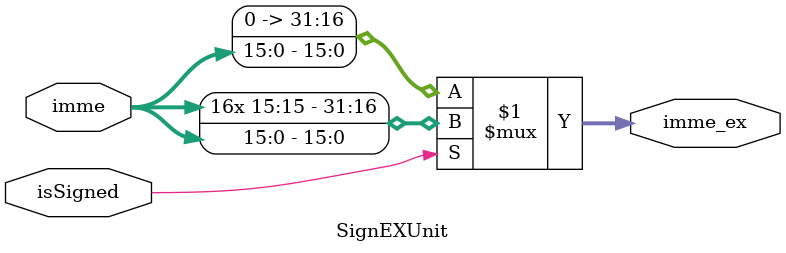
<source format=v>
module SignEXUnit(imme,imme_ex,isSigned);
  input[15:0] imme;
  input isSigned;
  output[31:0] imme_ex;
  
  assign imme_ex=isSigned?{{16{imme[15]}},imme}:{16'b0,imme};
  
endmodule
//has been reformed.
</source>
